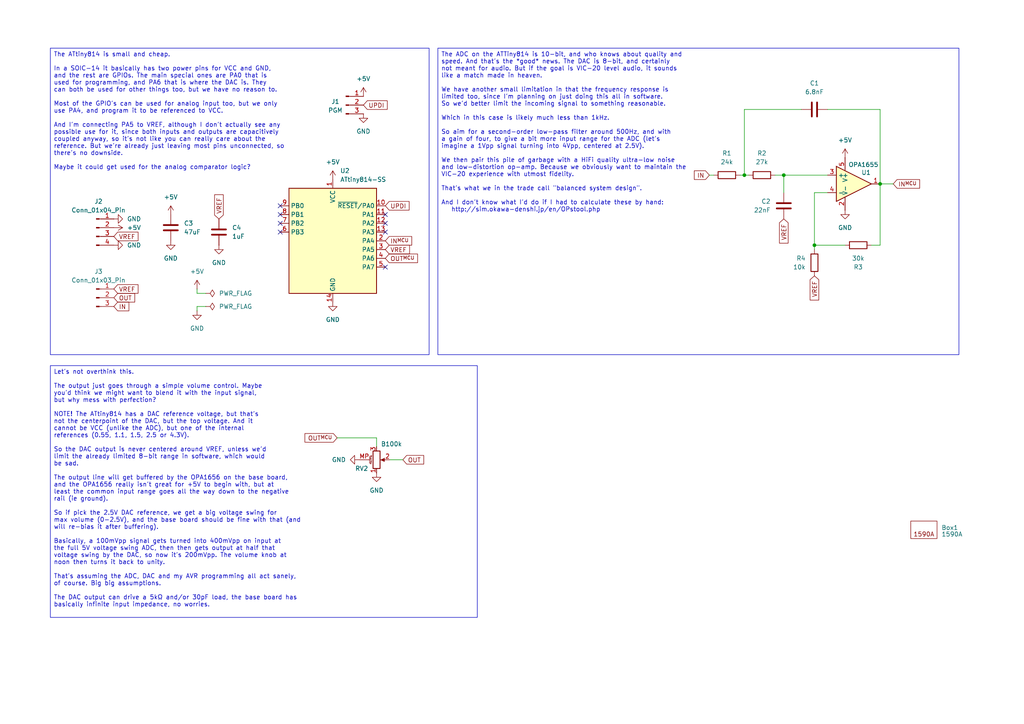
<source format=kicad_sch>
(kicad_sch (version 20250114) (generator "eeschema") (generator_version "9.0")
  (paper "A4")
  (title_block (title "80's Microcomputer board") (date "2025-05-09") (rev "v1.0"))
  (lib_symbols
    (symbol "Connector:Conn_01x03_Pin" (pin_names (offset 1.016) (hide yes))
      (property "Reference" "J" (at 0 5.08 0))
      (property "Value" "Conn_01x03_Pin" (at 0 -5.08 0))
      (symbol "Conn_01x03_Pin_1_1"
        (rectangle (start 0.8636 2.667) (end 0 2.413) (stroke (width 0.1524)) (fill (type outline)))
        (rectangle (start 0.8636 0.127) (end 0 -0.127) (stroke (width 0.1524)) (fill (type outline)))
        (rectangle (start 0.8636 -2.413) (end 0 -2.667) (stroke (width 0.1524)) (fill (type outline)))
        (polyline (pts (xy 1.27 2.54) (xy 0.8636 2.54)) (stroke (width 0.1524)))
        (polyline (pts (xy 1.27 0) (xy 0.8636 0)) (stroke (width 0.1524)))
        (polyline (pts (xy 1.27 -2.54) (xy 0.8636 -2.54)) (stroke (width 0.1524)))
        (pin passive line (at 5.08 2.54 180) (length 3.81) (name "Pin_1") (number "1"))
        (pin passive line (at 5.08 0 180) (length 3.81) (name "Pin_2") (number "2"))
        (pin passive line (at 5.08 -2.54 180) (length 3.81) (name "Pin_3") (number "3"))
      )
    )
    (symbol "Connector:Conn_01x04_Pin" (pin_names (offset 1.016) (hide yes))
      (property "Reference" "J" (at 0 5.08 0))
      (property "Value" "Conn_01x04_Pin" (at 0 -7.62 0))
      (symbol "Conn_01x04_Pin_1_1"
        (rectangle (start 0.8636 2.667) (end 0 2.413) (stroke (width 0.1524)) (fill (type outline)))
        (rectangle (start 0.8636 0.127) (end 0 -0.127) (stroke (width 0.1524)) (fill (type outline)))
        (rectangle (start 0.8636 -2.413) (end 0 -2.667) (stroke (width 0.1524)) (fill (type outline)))
        (rectangle (start 0.8636 -4.953) (end 0 -5.207) (stroke (width 0.1524)) (fill (type outline)))
        (polyline (pts (xy 1.27 2.54) (xy 0.8636 2.54)) (stroke (width 0.1524)))
        (polyline (pts (xy 1.27 0) (xy 0.8636 0)) (stroke (width 0.1524)))
        (polyline (pts (xy 1.27 -2.54) (xy 0.8636 -2.54)) (stroke (width 0.1524)))
        (polyline (pts (xy 1.27 -5.08) (xy 0.8636 -5.08)) (stroke (width 0.1524)))
        (pin passive line (at 5.08 2.54 180) (length 3.81) (name "Pin_1") (number "1"))
        (pin passive line (at 5.08 0 180) (length 3.81) (name "Pin_2") (number "2"))
        (pin passive line (at 5.08 -2.54 180) (length 3.81) (name "Pin_3") (number "3"))
        (pin passive line (at 5.08 -5.08 180) (length 3.81) (name "Pin_4") (number "4"))
      )
    )
    (symbol "Device:C" (pin_numbers (hide yes)) (pin_names (offset 0.254))
      (property "Reference" "C" (at 0.635 2.54 0))
      (property "Value" "C" (at 0.635 -2.54 0))
      (symbol "C_0_1"
        (polyline (pts (xy -2.032 0.762) (xy 2.032 0.762)) (stroke (width 0.508)))
        (polyline (pts (xy -2.032 -0.762) (xy 2.032 -0.762)) (stroke (width 0.508)))
      )
      (symbol "C_1_1"
        (pin passive line (at 0 3.81 270) (length 2.794) (name "~") (number "1"))
        (pin passive line (at 0 -3.81 90) (length 2.794) (name "~") (number "2"))
      )
    )
    (symbol "Device:R" (pin_numbers (hide yes)) (pin_names (offset 0))
      (property "Reference" "R" (at 2.032 0 90))
      (property "Value" "R" (at 0 0 90))
      (symbol "R_0_1"
        (rectangle (start -1.016 -2.54) (end 1.016 2.54) (stroke (width 0.254)))
      )
      (symbol "R_1_1"
        (pin passive line (at 0 3.81 270) (length 1.27) (name "~") (number "1"))
        (pin passive line (at 0 -3.81 90) (length 1.27) (name "~") (number "2"))
      )
    )
    (symbol "Device:R_Potentiometer_MountingPin" (pin_names (offset 1.016) (hide yes))
      (property "Reference" "RV" (at -8.255 0 90))
      (property "Value" "R_Potentiometer_MountingPin" (at -6.35 0 90))
      (symbol "R_Potentiometer_MountingPin_0_1"
        (rectangle (start 1.016 2.54) (end -1.016 -2.54) (stroke (width 0.254)))
        (polyline (pts (xy 1.143 0) (xy 2.286 0.508) (xy 2.286 -0.508)) (fill (type outline)))
        (polyline (pts (xy 2.54 0) (xy 1.524 0)))
      )
      (symbol "R_Potentiometer_MountingPin_1_1"
        (polyline (pts (xy -2.032 1.016) (xy -2.032 -1.016)) (stroke (width 0.1524)))
        (text "Mounting" (at -1.651 0 900) (effects (font (size 0.381 0.381))))
        (pin passive line (at -5.08 0 0) (length 3.048) (name "MountPin") (number "MP"))
        (pin passive line (at 0 3.81 270) (length 1.27) (name "1") (number "1"))
        (pin passive line (at 0 -3.81 90) (length 1.27) (name "3") (number "3"))
        (pin passive line (at 3.81 0 180) (length 1.27) (name "2") (number "2"))
      )
    )
    (symbol "MCU_Microchip_ATtiny:ATtiny814-SS"
      (property "Reference" "U" (at -12.7 16.51 0))
      (property "Value" "ATtiny814-SS" (at 2.54 -16.51 0))
      (symbol "ATtiny814-SS_0_1"
        (rectangle (start -12.7 -15.24) (end 12.7 15.24) (stroke (width 0.254)) (fill (type background)))
      )
      (symbol "ATtiny814-SS_1_1"
        (pin bidirectional line (at -15.24 10.16 0) (length 2.54) (name "PB0") (number "9"))
        (pin bidirectional line (at -15.24 7.62 0) (length 2.54) (name "PB1") (number "8"))
        (pin bidirectional line (at -15.24 5.08 0) (length 2.54) (name "PB2") (number "7"))
        (pin bidirectional line (at -15.24 2.54 0) (length 2.54) (name "PB3") (number "6"))
        (pin power_in line (at 0 17.78 270) (length 2.54) (name "VCC") (number "1"))
        (pin power_in line (at 0 -17.78 90) (length 2.54) (name "GND") (number "14"))
        (pin bidirectional line (at 15.24 10.16 180) (length 2.54) (name "~{RESET}/PA0") (number "10"))
        (pin bidirectional line (at 15.24 7.62 180) (length 2.54) (name "PA1") (number "11"))
        (pin bidirectional line (at 15.24 5.08 180) (length 2.54) (name "PA2") (number "12"))
        (pin bidirectional line (at 15.24 2.54 180) (length 2.54) (name "PA3") (number "13"))
        (pin bidirectional line (at 15.24 0 180) (length 2.54) (name "PA4") (number "2"))
        (pin bidirectional line (at 15.24 -2.54 180) (length 2.54) (name "PA5") (number "3"))
        (pin bidirectional line (at 15.24 -5.08 180) (length 2.54) (name "PA6") (number "4"))
        (pin bidirectional line (at 15.24 -7.62 180) (length 2.54) (name "PA7") (number "5"))
      )
    )
    (symbol "Mylib:Enclosure_1590A" (exclude_from_sim yes)
      (property "Reference" "Box" (at 0 0 0))
      (symbol "Enclosure_1590A_0_1"
        (rectangle (start -3.81 1.27) (end 3.81 -3.81))
      )
      (symbol "Enclosure_1590A_1_1"
        (text "1590A" (at 0 -2.54 0) (effects (font (size 1.27 1.27))))
      )
    )
    (symbol "Mylib:OPA1655DVB"
      (property "Reference" "U" (at 6.858 3.81 0))
      (property "Value" "OPA1655" (at 8.128 6.096 0))
      (symbol "OPA1655DVB_0_1"
        (polyline (pts (xy 0 5.08) (xy 10.16 0) (xy 0 -5.08) (xy 0 5.08)) (stroke (width 0.254)) (fill (type background)))
        (pin power_in line (at 2.54 7.62 270) (length 3.81) (name "V+") (number "5"))
        (pin power_in line (at 2.54 -7.62 90) (length 3.81) (name "V-") (number "2"))
      )
      (symbol "OPA1655DVB_1_1"
        (pin input line (at -2.54 2.54 0) (length 2.54) (name "+") (number "3"))
        (pin input line (at -2.54 -2.54 0) (length 2.54) (name "-") (number "4"))
        (pin output line (at 12.7 0 180) (length 2.54) (name "~") (number "1"))
      )
    )
    (symbol "power:+5V" (power) (pin_numbers (hide yes)) (pin_names (offset 0) (hide yes))
      (property "Value" "+5V" (at 0 3.556 0))
      (symbol "+5V_0_1"
        (polyline (pts (xy -0.762 1.27) (xy 0 2.54)))
        (polyline (pts (xy 0 2.54) (xy 0.762 1.27)))
        (polyline (pts (xy 0 0) (xy 0 2.54)))
      )
      (symbol "+5V_1_1"
        (pin power_in line (at 0 0 90) (length 0) (name "~") (number "1"))
      )
    )
    (symbol "power:GND" (power) (pin_numbers (hide yes)) (pin_names (offset 0) (hide yes))
      (property "Value" "GND" (at 0 -3.81 0))
      (symbol "GND_0_1"
        (polyline (pts (xy 0 0) (xy 0 -1.27) (xy 1.27 -1.27) (xy 0 -2.54) (xy -1.27 -1.27) (xy 0 -1.27)))
      )
      (symbol "GND_1_1"
        (pin power_in line (at 0 0 270) (length 0) (name "~") (number "1"))
      )
    )
    (symbol "power:PWR_FLAG" (power) (pin_numbers (hide yes)) (pin_names (offset 0) (hide yes))
      (property "Value" "PWR_FLAG" (at 0 3.81 0))
      (symbol "PWR_FLAG_0_0"
        (pin power_out line (at 0 0 90) (length 0) (name "~") (number "1"))
      )
      (symbol "PWR_FLAG_0_1"
        (polyline (pts (xy 0 0) (xy 0 1.27) (xy -1.016 1.905) (xy 0 2.54) (xy 1.016 1.905) (xy 0 1.27)))
      )
    )
  )
  (text_box "The ADC on the ATTiny814 is 10-bit, and who knows about quality and\nspeed. And that's the *good* news. The DAC is 8-bit, and certainly\nnot meant for audio. But if the goal is VIC-20 level audio, it sounds\nlike a match made in heaven.\n\nWe have another small limitation in that the frequency response is\nlimited too, since I'm planning on just doing this all in software.\nSo we'd better limit the incoming signal to something reasonable.\n\nWhich in this case is likely much less than 1kHz.\n\nSo aim for a second-order low-pass filter around 500Hz, and with\na gain of four, to give a bit more input range for the ADC (let's\nimagine a 1Vpp signal turning into 4Vpp, centered at 2.5V).\n\nWe then pair this pile of garbage with a HiFi quality ultra-low noise\nand low-distortion op-amp. Because we obviously want to maintain the\nVIC-20 experience with utmost fidelity.\n\nThat's what we in the trade call \"balanced system design\".\n\nAnd I don't know what I'd do if I had to calculate these by hand:\n   http://sim.okawa-denshi.jp/en/OPstool.php" (at 127 13.97 0) (size 151.13 88.9) (margins 0.9525 0.9525 0.9525 0.9525) (effects (font (size 1.27 1.27)) (justify left top)))
  (text_box "The ATtiny814 is small and cheap.\n\nIn a SOIC-14 it basically has two power pins for VCC and GND,\nand the rest are GPIOs. The main special ones are PA0 that is\nused for programming, and PA6 that is where the DAC is. They\ncan both be used for other things too, but we have no reason to.\n\nMost of the GPIO's can be used for analog input too, but we only\nuse PA4, and program it to be referenced to VCC.\n\nAnd I'm connecting PA5 to VREF, although I don't actually see any\npossible use for it, since both inputs and outputs are capacitively\ncoupled anyway, so it's not like you can really care about the\nreference. But we're already just leaving most pins unconnected, so\nthere's no downside.\n\nMaybe it could get used for the analog comparator logic?" (at 14.605 13.97 0) (size 109.855 88.9) (margins 0.9525 0.9525 0.9525 0.9525) (effects (font (size 1.27 1.27)) (justify left top)))
  (text_box "Let's not overthink this. \n\nThe output just goes through a simple volume control. Maybe\nyou'd think we might want to blend it with the input signal,\nbut why mess with perfection?\n\nNOTE! The ATtiny814 has a DAC reference voltage, but that's\nnot the centerpoint of the DAC, but the top voltage. And it\ncannot be VCC (unlike the ADC), but one of the internal\nreferences (0.55, 1.1, 1.5, 2.5 or 4.3V).\n\nSo the DAC output is never centered around VREF, unless we'd\nlimit the already limited 8-bit range in software, which would\nbe sad.\n\nThe output line will get buffered by the OPA1656 on the base board,\nand the OPA1656 really isn't great for +5V to begin with, but at\nleast the common input range goes all the way down to the negative\nrail (ie ground).\n\nSo if pick the 2.5V DAC reference, we get a big voltage swing for\nmax volume (0-2.5V), and the base board should be fine with that (and\nwill re-bias it after buffering). \n\nBasically, a 100mVpp signal gets turned into 400mVpp on input at\nthe full 5V voltage swing ADC, then then gets output at half that\nvoltage swing by the DAC, so now it's 200mVpp. The volume knob at\nnoon then turns it back to unity.\n\nThat's assuming the ADC, DAC and my AVR programming all act sanely,\nof course. Big big assumptions.\n\nThe DAC output can drive a 5kΩ and/or 30pF load, the base board has\nbasically infinite input impedance, no worries." (at 14.605 106.045 0) (size 123.825 73.025) (margins 0.9525 0.9525 0.9525 0.9525) (effects (font (size 1.27 1.27)) (justify left top)))
  (junction (at 215.9 50.8))
  (junction (at 227.33 50.8))
  (junction (at 236.22 71.12))
  (junction (at 255.27 53.34))
  (no_connect (at 111.76 62.23))
  (no_connect (at 81.28 62.23))
  (no_connect (at 111.76 67.31))
  (no_connect (at 81.28 67.31))
  (no_connect (at 81.28 64.77))
  (no_connect (at 81.28 59.69))
  (no_connect (at 111.76 64.77))
  (no_connect (at 111.76 77.47))
  (wire (pts (xy 215.9 50.8) (xy 217.17 50.8)))
  (wire (pts (xy 255.27 71.12) (xy 255.27 53.34)))
  (wire (pts (xy 215.9 50.8) (xy 215.9 31.75)))
  (wire (pts (xy 214.63 50.8) (xy 215.9 50.8)))
  (wire (pts (xy 240.03 55.88) (xy 236.22 55.88)))
  (wire (pts (xy 227.33 50.8) (xy 227.33 55.88)))
  (wire (pts (xy 252.73 71.12) (xy 255.27 71.12)))
  (wire (pts (xy 240.03 31.75) (xy 255.27 31.75)))
  (wire (pts (xy 109.22 127) (xy 109.22 129.54)))
  (wire (pts (xy 113.03 133.35) (xy 116.84 133.35)))
  (wire (pts (xy 205.74 50.8) (xy 207.01 50.8)))
  (wire (pts (xy 255.27 53.34) (xy 259.08 53.34)))
  (wire (pts (xy 236.22 55.88) (xy 236.22 71.12)))
  (wire (pts (xy 227.33 50.8) (xy 240.03 50.8)))
  (wire (pts (xy 255.27 31.75) (xy 255.27 53.34)))
  (wire (pts (xy 224.79 50.8) (xy 227.33 50.8)))
  (wire (pts (xy 215.9 31.75) (xy 232.41 31.75)))
  (wire (pts (xy 236.22 71.12) (xy 236.22 72.39)))
  (wire (pts (xy 59.69 88.9) (xy 57.15 88.9)))
  (wire (pts (xy 236.22 71.12) (xy 245.11 71.12)))
  (wire (pts (xy 57.15 88.9) (xy 57.15 90.17)))
  (wire (pts (xy 57.15 83.82) (xy 57.15 85.09)))
  (wire (pts (xy 57.15 85.09) (xy 59.69 85.09)))
  (wire (pts (xy 97.79 127) (xy 109.22 127)))
  (global_label "VREF" (shape input) (at 227.33 63.5 270) (property "Intersheetrefs" "${INTERSHEET_REFS}" (effects (hide yes))))
  (global_label "VREF" (shape input) (at 111.76 72.39 0) (property "Intersheetrefs" "${INTERSHEET_REFS}" (effects (hide yes))))
  (global_label "OUT" (shape input) (at 116.84 133.35 0) (property "Intersheetrefs" "${INTERSHEET_REFS}" (effects (hide yes))))
  (global_label "IN^{MCU}" (shape input) (at 111.76 69.85 0) (property "Intersheetrefs" "${INTERSHEET_REFS}" (effects (hide yes))))
  (global_label "VREF" (shape input) (at 236.22 80.01 270) (property "Intersheetrefs" "${INTERSHEET_REFS}" (effects (hide yes))))
  (global_label "VREF" (shape input) (at 63.5 63.5 90) (property "Intersheetrefs" "${INTERSHEET_REFS}" (effects (hide yes))))
  (global_label "UPDI" (shape input) (at 105.41 30.48 0) (property "Intersheetrefs" "${INTERSHEET_REFS}" (effects (hide yes))))
  (global_label "IN^{MCU}" (shape input) (at 259.08 53.34 0) (property "Intersheetrefs" "${INTERSHEET_REFS}" (effects (hide yes))))
  (global_label "VREF" (shape input) (at 33.02 68.58 0) (property "Intersheetrefs" "${INTERSHEET_REFS}" (effects (hide yes))))
  (global_label "IN" (shape input) (at 33.02 88.9 0) (property "Intersheetrefs" "${INTERSHEET_REFS}" (effects (hide yes))))
  (global_label "OUT^{MCU}" (shape input) (at 111.76 74.93 0) (property "Intersheetrefs" "${INTERSHEET_REFS}" (effects (hide yes))))
  (global_label "OUT" (shape input) (at 33.02 86.36 0) (property "Intersheetrefs" "${INTERSHEET_REFS}" (effects (hide yes))))
  (global_label "UPDI" (shape input) (at 111.76 59.69 0) (property "Intersheetrefs" "${INTERSHEET_REFS}" (effects (hide yes))))
  (global_label "VREF" (shape input) (at 33.02 83.82 0) (property "Intersheetrefs" "${INTERSHEET_REFS}" (effects (hide yes))))
  (global_label "IN" (shape input) (at 205.74 50.8 180) (property "Intersheetrefs" "${INTERSHEET_REFS}" (effects (hide yes))))
  (global_label "OUT^{MCU}" (shape input) (at 97.79 127 180) (property "Intersheetrefs" "${INTERSHEET_REFS}" (effects (hide yes))))
  (symbol (lib_id "MCU_Microchip_ATtiny:ATtiny814-SS") (at 96.52 69.85 0) (unit 1) (exclude_from_sim yes)
    (property "Reference" "U2" (at 98.6633 49.53 0) (effects (justify left)))
    (property "Value" "ATtiny814-SS" (at 98.6633 52.07 0) (effects (justify left)))
    (property "Footprint" "Package_SO:SOIC-14_3.9x8.7mm_P1.27mm" (effects (hide yes)))
    (property "Datasheet" "http://ww1.microchip.com/downloads/en/DeviceDoc/40001912A.pdf" (effects (hide yes)))
    (property "Description" "20MHz, 8kB Flash, 512B SRAM, 128B EEPROM, SOIC-14" (effects (hide yes)))
  )
  (symbol (lib_id "Device:R") (at 248.92 71.12 270) (mirror x) (unit 1)
    (property "Reference" "R3" (at 248.92 77.47 90))
    (property "Value" "30k" (at 248.92 74.93 90))
    (property "Footprint" "Resistor_SMD:R_0805_2012Metric_Pad1.20x1.40mm_HandSolder" (effects (hide yes)))
    (property "Description" "Resistor" (effects (hide yes)))
  )
  (symbol (lib_id "power:GND") (at 49.53 69.85 0) (unit 1)
    (property "Reference" "#PWR09" (effects (hide yes)))
    (property "Value" "GND" (at 49.53 74.93 0))
    (property "Description" "Power symbol creates a global label with name \"GND\" , ground" (effects (hide yes)))
  )
  (symbol (lib_id "power:+5V") (at 105.41 27.94 0) (unit 1)
    (property "Reference" "#PWR01" (effects (hide yes)))
    (property "Value" "+5V" (at 105.41 22.86 0))
    (property "Description" "Power symbol creates a global label with name \"+5V\"" (effects (hide yes)))
  )
  (symbol (lib_id "Mylib:OPA1655DVB") (at 242.57 53.34 0) (unit 1)
    (property "Reference" "U1" (at 251.206 50.038 0))
    (property "Value" "OPA1655" (at 250.444 47.752 0))
    (property "Footprint" "Package_TO_SOT_SMD:SOT-23-5" (effects (hide yes)))
    (property "Datasheet" "https://www.ti.com/lit/ds/symlink/opa1655.pdf" (effects (hide yes)))
    (property "Description" "Ultra-Low-Noise, Low-Distortion, FET-Input Audio Operational Amplifier" (effects (hide yes)))
    (property "Sim.Library" "${KIPRJMOD}/../../symbols/single1655.lib" (effects (hide yes)))
    (property "Sim.Name" "SINGLE1655" (effects (hide yes)))
    (property "Sim.Device" "SUBCKT" (effects (hide yes)))
    (property "Sim.Pins" "1=OUT 2=V- 3=IN+ 4=IN- 5=V+" (effects (hide yes)))
  )
  (symbol (lib_id "power:GND") (at 104.14 133.35 270) (unit 1)
    (property "Reference" "#PWR016" (effects (hide yes)))
    (property "Value" "GND" (at 100.33 133.3499 90) (effects (justify right)))
    (property "Description" "Power symbol creates a global label with name \"GND\" , ground" (effects (hide yes)))
  )
  (symbol (lib_id "power:GND") (at 105.41 33.02 0) (unit 1)
    (property "Reference" "#PWR02" (effects (hide yes)))
    (property "Value" "GND" (at 105.41 38.1 0))
    (property "Description" "Power symbol creates a global label with name \"GND\" , ground" (effects (hide yes)))
  )
  (symbol (lib_id "power:PWR_FLAG") (at 59.69 88.9 270) (unit 1)
    (property "Reference" "#FLG02" (effects (hide yes)))
    (property "Value" "PWR_FLAG" (at 63.5 88.9001 90) (effects (justify left)))
    (property "Description" "Special symbol for telling ERC where power comes from" (effects (hide yes)))
  )
  (symbol (lib_id "Device:R_Potentiometer_MountingPin") (at 109.22 133.35 0) (mirror x) (unit 1)
    (property "Reference" "RV2" (at 104.902 135.89 0))
    (property "Value" "B100k" (at 113.538 128.778 0))
    (property "Footprint" "Mylib:Potentiometer_9mm_MP" (effects (hide yes)))
    (property "Description" "Potentiometer with a mounting pin" (effects (hide yes)))
    (property "Sim.Device" "R" (effects (hide yes)))
    (property "Sim.Type" "POT" (effects (hide yes)))
    (property "Sim.Pins" "1=r0 2=wiper 3=r1" (effects (hide yes)))
    (property "Sim.Params" "r=10k pos=1" (effects (hide yes)))
  )
  (symbol (lib_id "power:+5V") (at 96.52 52.07 0) (unit 1)
    (property "Reference" "#PWR04" (effects (hide yes)))
    (property "Value" "+5V" (at 96.52 46.99 0))
    (property "Description" "Power symbol creates a global label with name \"+5V\"" (effects (hide yes)))
  )
  (symbol (lib_id "power:GND") (at 245.11 60.96 0) (unit 1)
    (property "Reference" "#PWR05" (effects (hide yes)))
    (property "Value" "GND" (at 245.11 66.04 0))
    (property "Description" "Power symbol creates a global label with name \"GND\" , ground" (effects (hide yes)))
  )
  (symbol (lib_id "Device:R") (at 210.82 50.8 90) (unit 1)
    (property "Reference" "R1" (at 210.82 44.45 90))
    (property "Value" "24k" (at 210.82 46.99 90))
    (property "Footprint" "Resistor_SMD:R_0805_2012Metric_Pad1.20x1.40mm_HandSolder" (effects (hide yes)))
    (property "Description" "Resistor" (effects (hide yes)))
  )
  (symbol (lib_id "Device:C") (at 227.33 59.69 0) (mirror x) (unit 1)
    (property "Reference" "C2" (at 223.52 58.4199 0) (effects (justify right)))
    (property "Value" "22nF" (at 223.52 60.9599 0) (effects (justify right)))
    (property "Footprint" "Capacitor_SMD:C_0805_2012Metric_Pad1.18x1.45mm_HandSolder" (effects (hide yes)))
    (property "Description" "Unpolarized capacitor" (effects (hide yes)))
  )
  (symbol (lib_id "power:PWR_FLAG") (at 59.69 85.09 270) (unit 1)
    (property "Reference" "#FLG01" (effects (hide yes)))
    (property "Value" "PWR_FLAG" (at 63.5 85.0899 90) (effects (justify left)))
    (property "Description" "Special symbol for telling ERC where power comes from" (effects (hide yes)))
  )
  (symbol (lib_id "Device:C") (at 63.5 67.31 0) (unit 1)
    (property "Reference" "C4" (at 67.31 66.0399 0) (effects (justify left)))
    (property "Value" "1uF" (at 67.31 68.5799 0) (effects (justify left)))
    (property "Footprint" "Capacitor_SMD:C_1206_3216Metric_Pad1.33x1.80mm_HandSolder" (effects (hide yes)))
    (property "Description" "Unpolarized capacitor" (effects (hide yes)))
  )
  (symbol (lib_id "Connector:Conn_01x04_Pin") (at 27.94 66.04 0) (unit 1) (exclude_from_sim yes)
    (property "Reference" "J2" (at 28.575 58.42 0))
    (property "Value" "Conn_01x04_Pin" (at 28.575 60.96 0))
    (property "Footprint" "Connector_PinHeader_2.54mm:PinHeader_1x04_P2.54mm_Vertical" (effects (hide yes)))
    (property "Description" "Generic connector, single row, 01x04, script generated" (effects (hide yes)))
  )
  (symbol (lib_id "Mylib:Enclosure_1590A") (at 267.97 152.4 0) (unit 1) (exclude_from_sim yes)
    (property "Reference" "Box1" (at 273.05 153.0349 0) (effects (justify left)))
    (property "Value" "1590A" (at 273.05 154.94 0) (effects (justify left)))
    (property "Footprint" "Mylib:1590A" (effects (hide yes)))
  )
  (symbol (lib_id "power:GND") (at 57.15 90.17 0) (unit 1)
    (property "Reference" "#PWR014" (effects (hide yes)))
    (property "Value" "GND" (at 57.15 95.25 0))
    (property "Description" "Power symbol creates a global label with name \"GND\" , ground" (effects (hide yes)))
  )
  (symbol (lib_id "Device:R") (at 220.98 50.8 90) (unit 1)
    (property "Reference" "R2" (at 220.98 44.45 90))
    (property "Value" "27k" (at 220.98 46.99 90))
    (property "Footprint" "Resistor_SMD:R_0805_2012Metric_Pad1.20x1.40mm_HandSolder" (effects (hide yes)))
    (property "Description" "Resistor" (effects (hide yes)))
  )
  (symbol (lib_id "Device:C") (at 49.53 66.04 0) (unit 1)
    (property "Reference" "C3" (at 53.34 64.7699 0) (effects (justify left)))
    (property "Value" "47uF" (at 53.34 67.3099 0) (effects (justify left)))
    (property "Footprint" "Capacitor_SMD:C_1206_3216Metric_Pad1.33x1.80mm_HandSolder" (effects (hide yes)))
    (property "Description" "Unpolarized capacitor" (effects (hide yes)))
  )
  (symbol (lib_id "Connector:Conn_01x03_Pin") (at 27.94 86.36 0) (unit 1) (exclude_from_sim yes)
    (property "Reference" "J3" (at 28.575 78.74 0))
    (property "Value" "Conn_01x03_Pin" (at 28.575 81.28 0))
    (property "Footprint" "Connector_PinHeader_2.54mm:PinHeader_1x03_P2.54mm_Vertical" (effects (hide yes)))
    (property "Description" "Generic connector, single row, 01x03, script generated" (effects (hide yes)))
  )
  (symbol (lib_id "power:GND") (at 96.52 87.63 0) (unit 1)
    (property "Reference" "#PWR013" (effects (hide yes)))
    (property "Value" "GND" (at 96.52 92.71 0))
    (property "Description" "Power symbol creates a global label with name \"GND\" , ground" (effects (hide yes)))
  )
  (symbol (lib_id "Device:R") (at 236.22 76.2 0) (mirror x) (unit 1)
    (property "Reference" "R4" (at 233.68 74.9299 0) (effects (justify right)))
    (property "Value" "10k" (at 233.68 77.4699 0) (effects (justify right)))
    (property "Footprint" "Resistor_SMD:R_0805_2012Metric_Pad1.20x1.40mm_HandSolder" (effects (hide yes)))
    (property "Description" "Resistor" (effects (hide yes)))
  )
  (symbol (lib_id "power:+5V") (at 245.11 45.72 0) (unit 1)
    (property "Reference" "#PWR03" (effects (hide yes)))
    (property "Value" "+5V" (at 245.11 40.64 0))
    (property "Description" "Power symbol creates a global label with name \"+5V\"" (effects (hide yes)))
  )
  (symbol (lib_id "Device:C") (at 236.22 31.75 90) (unit 1)
    (property "Reference" "C1" (at 236.22 24.13 90))
    (property "Value" "6.8nF" (at 236.22 26.67 90))
    (property "Footprint" "Capacitor_SMD:C_0805_2012Metric_Pad1.18x1.45mm_HandSolder" (effects (hide yes)))
    (property "Description" "Unpolarized capacitor" (effects (hide yes)))
  )
  (symbol (lib_id "power:+5V") (at 33.02 66.04 270) (unit 1)
    (property "Reference" "#PWR08" (effects (hide yes)))
    (property "Value" "+5V" (at 36.83 66.0399 90) (effects (justify left)))
    (property "Description" "Power symbol creates a global label with name \"+5V\"" (effects (hide yes)))
  )
  (symbol (lib_id "power:+5V") (at 49.53 62.23 0) (unit 1)
    (property "Reference" "#PWR06" (effects (hide yes)))
    (property "Value" "+5V" (at 49.53 57.15 0))
    (property "Description" "Power symbol creates a global label with name \"+5V\"" (effects (hide yes)))
  )
  (symbol (lib_id "power:GND") (at 33.02 63.5 90) (unit 1)
    (property "Reference" "#PWR07" (effects (hide yes)))
    (property "Value" "GND" (at 36.83 63.4999 90) (effects (justify right)))
    (property "Description" "Power symbol creates a global label with name \"GND\" , ground" (effects (hide yes)))
  )
  (symbol (lib_id "Connector:Conn_01x03_Pin") (at 100.33 30.48 0) (unit 1) (exclude_from_sim yes)
    (property "Reference" "J1" (at 97.282 29.464 0))
    (property "Value" "PGM" (at 97.282 32.004 0))
    (property "Footprint" "Connector_PinSocket_2.54mm:PinSocket_1x03_P2.54mm_Vertical" (effects (hide yes)))
    (property "Description" "Generic connector, single row, 01x03, script generated" (effects (hide yes)))
  )
  (symbol (lib_id "power:GND") (at 63.5 71.12 0) (unit 1)
    (property "Reference" "#PWR011" (effects (hide yes)))
    (property "Value" "GND" (at 63.5 76.2 0))
    (property "Description" "Power symbol creates a global label with name \"GND\" , ground" (effects (hide yes)))
  )
  (symbol (lib_id "power:GND") (at 109.22 137.16 0) (unit 1)
    (property "Reference" "#PWR015" (effects (hide yes)))
    (property "Value" "GND" (at 109.22 142.24 0))
    (property "Description" "Power symbol creates a global label with name \"GND\" , ground" (effects (hide yes)))
  )
  (symbol (lib_id "power:+5V") (at 57.15 83.82 0) (unit 1)
    (property "Reference" "#PWR012" (effects (hide yes)))
    (property "Value" "+5V" (at 57.15 78.74 0))
    (property "Description" "Power symbol creates a global label with name \"+5V\"" (effects (hide yes)))
  )
  (symbol (lib_id "power:GND") (at 33.02 71.12 90) (unit 1)
    (property "Reference" "#PWR010" (effects (hide yes)))
    (property "Value" "GND" (at 36.83 71.1199 90) (effects (justify right)))
    (property "Description" "Power symbol creates a global label with name \"GND\" , ground" (effects (hide yes)))
  )
)
</source>
